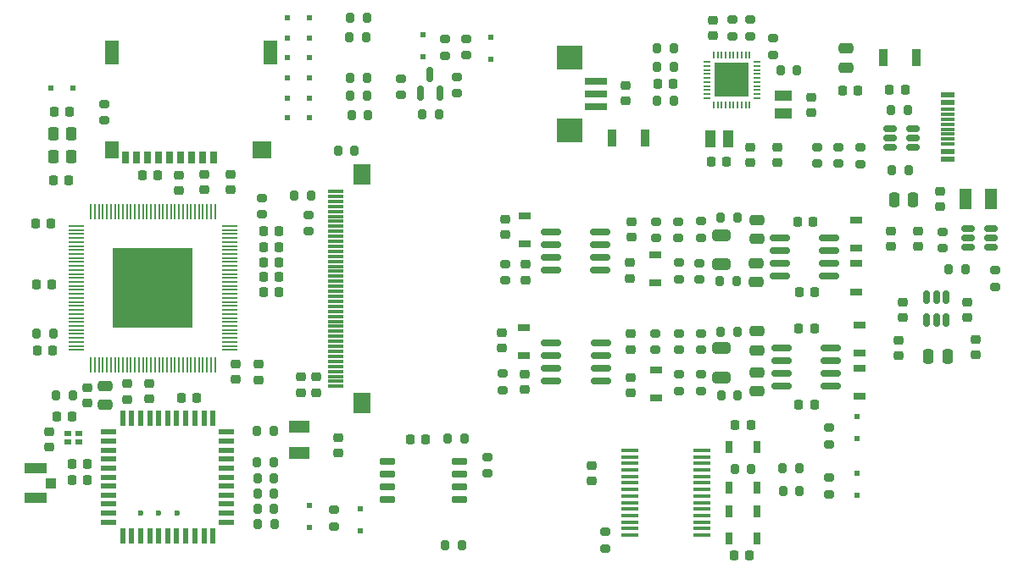
<source format=gbp>
%TF.GenerationSoftware,KiCad,Pcbnew,7.0.2-6a45011f42~172~ubuntu22.04.1*%
%TF.CreationDate,2023-05-03T22:42:28+03:00*%
%TF.ProjectId,mp3_test_board,6d70335f-7465-4737-945f-626f6172642e,rev?*%
%TF.SameCoordinates,Original*%
%TF.FileFunction,Paste,Bot*%
%TF.FilePolarity,Positive*%
%FSLAX46Y46*%
G04 Gerber Fmt 4.6, Leading zero omitted, Abs format (unit mm)*
G04 Created by KiCad (PCBNEW 7.0.2-6a45011f42~172~ubuntu22.04.1) date 2023-05-03 22:42:28*
%MOMM*%
%LPD*%
G01*
G04 APERTURE LIST*
G04 Aperture macros list*
%AMRoundRect*
0 Rectangle with rounded corners*
0 $1 Rounding radius*
0 $2 $3 $4 $5 $6 $7 $8 $9 X,Y pos of 4 corners*
0 Add a 4 corners polygon primitive as box body*
4,1,4,$2,$3,$4,$5,$6,$7,$8,$9,$2,$3,0*
0 Add four circle primitives for the rounded corners*
1,1,$1+$1,$2,$3*
1,1,$1+$1,$4,$5*
1,1,$1+$1,$6,$7*
1,1,$1+$1,$8,$9*
0 Add four rect primitives between the rounded corners*
20,1,$1+$1,$2,$3,$4,$5,0*
20,1,$1+$1,$4,$5,$6,$7,0*
20,1,$1+$1,$6,$7,$8,$9,0*
20,1,$1+$1,$8,$9,$2,$3,0*%
G04 Aperture macros list end*
%ADD10R,1.500000X0.300000*%
%ADD11R,1.700000X2.000000*%
%ADD12RoundRect,0.225000X0.250000X-0.225000X0.250000X0.225000X-0.250000X0.225000X-0.250000X-0.225000X0*%
%ADD13RoundRect,0.200000X-0.200000X-0.275000X0.200000X-0.275000X0.200000X0.275000X-0.200000X0.275000X0*%
%ADD14RoundRect,0.225000X-0.225000X-0.250000X0.225000X-0.250000X0.225000X0.250000X-0.225000X0.250000X0*%
%ADD15RoundRect,0.200000X0.275000X-0.200000X0.275000X0.200000X-0.275000X0.200000X-0.275000X-0.200000X0*%
%ADD16R,1.770000X1.100000*%
%ADD17R,0.500000X0.500000*%
%ADD18RoundRect,0.225000X0.225000X0.250000X-0.225000X0.250000X-0.225000X-0.250000X0.225000X-0.250000X0*%
%ADD19RoundRect,0.200000X0.200000X0.275000X-0.200000X0.275000X-0.200000X-0.275000X0.200000X-0.275000X0*%
%ADD20RoundRect,0.250000X0.650000X-0.325000X0.650000X0.325000X-0.650000X0.325000X-0.650000X-0.325000X0*%
%ADD21RoundRect,0.250000X0.250000X0.475000X-0.250000X0.475000X-0.250000X-0.475000X0.250000X-0.475000X0*%
%ADD22R,1.200000X0.800000*%
%ADD23RoundRect,0.250000X0.475000X-0.250000X0.475000X0.250000X-0.475000X0.250000X-0.475000X-0.250000X0*%
%ADD24RoundRect,0.200000X-0.275000X0.200000X-0.275000X-0.200000X0.275000X-0.200000X0.275000X0.200000X0*%
%ADD25R,0.800000X1.200000*%
%ADD26R,1.050000X1.000000*%
%ADD27R,2.200000X1.050000*%
%ADD28RoundRect,0.225000X-0.250000X0.225000X-0.250000X-0.225000X0.250000X-0.225000X0.250000X0.225000X0*%
%ADD29RoundRect,0.150000X-0.512500X-0.150000X0.512500X-0.150000X0.512500X0.150000X-0.512500X0.150000X0*%
%ADD30RoundRect,0.150000X0.650000X0.150000X-0.650000X0.150000X-0.650000X-0.150000X0.650000X-0.150000X0*%
%ADD31RoundRect,0.150000X-0.825000X-0.150000X0.825000X-0.150000X0.825000X0.150000X-0.825000X0.150000X0*%
%ADD32R,0.730000X0.600000*%
%ADD33R,2.000000X1.250000*%
%ADD34R,0.820000X1.820000*%
%ADD35RoundRect,0.062500X-0.062500X0.675000X-0.062500X-0.675000X0.062500X-0.675000X0.062500X0.675000X0*%
%ADD36RoundRect,0.062500X-0.675000X0.062500X-0.675000X-0.062500X0.675000X-0.062500X0.675000X0.062500X0*%
%ADD37R,8.000000X8.000000*%
%ADD38R,1.450000X0.600000*%
%ADD39R,1.450000X0.300000*%
%ADD40RoundRect,0.150000X0.150000X-0.512500X0.150000X0.512500X-0.150000X0.512500X-0.150000X-0.512500X0*%
%ADD41RoundRect,0.150000X0.150000X-0.587500X0.150000X0.587500X-0.150000X0.587500X-0.150000X-0.587500X0*%
%ADD42R,2.200000X0.800000*%
%ADD43R,2.500000X2.350000*%
%ADD44R,1.500000X0.600000*%
%ADD45R,0.600000X1.500000*%
%ADD46C,0.600000*%
%ADD47RoundRect,0.275000X-0.275000X0.375000X-0.275000X-0.375000X0.275000X-0.375000X0.275000X0.375000X0*%
%ADD48R,0.700000X1.300000*%
%ADD49R,1.447800X2.438400*%
%ADD50R,1.447800X1.651000*%
%ADD51R,1.854200X1.651000*%
%ADD52O,0.200000X0.800000*%
%ADD53O,0.800000X0.200000*%
%ADD54R,3.400000X3.400000*%
%ADD55R,1.750000X0.450000*%
%ADD56RoundRect,0.150000X0.512500X0.150000X-0.512500X0.150000X-0.512500X-0.150000X0.512500X-0.150000X0*%
%ADD57R,1.250000X2.000000*%
%ADD58R,1.100000X1.770000*%
G04 APERTURE END LIST*
D10*
%TO.C,P1*%
X108305936Y-81036943D03*
X108305936Y-80536943D03*
X108305936Y-80036943D03*
X108305936Y-79536943D03*
X108305936Y-79036943D03*
X108305936Y-78536943D03*
X108305936Y-78036943D03*
X108305936Y-77536943D03*
X108305936Y-77036943D03*
X108305936Y-76536943D03*
X108305936Y-76036943D03*
X108305936Y-75536943D03*
X108305936Y-75036943D03*
X108305936Y-74536943D03*
X108305936Y-74036943D03*
X108305936Y-73536943D03*
X108305936Y-73036943D03*
X108305936Y-72536943D03*
X108305936Y-72036943D03*
X108305936Y-71536943D03*
X108305936Y-71036943D03*
X108305936Y-70536943D03*
X108305936Y-70036943D03*
X108305936Y-69536943D03*
X108305936Y-69036943D03*
X108305936Y-68536943D03*
X108305936Y-68036943D03*
X108305936Y-67536943D03*
X108305936Y-67036943D03*
X108305936Y-66536943D03*
X108305936Y-66036943D03*
X108305936Y-65536943D03*
X108305936Y-65036943D03*
X108305936Y-64536943D03*
X108305936Y-64036943D03*
X108305936Y-63536943D03*
X108305936Y-63036943D03*
X108305936Y-62536943D03*
X108305936Y-62036943D03*
X108305936Y-61536943D03*
D11*
X110905936Y-59836943D03*
X110905936Y-82736943D03*
%TD*%
D12*
%TO.C,C18*%
X98321747Y-80348555D03*
X98321747Y-78798555D03*
%TD*%
D13*
%TO.C,R38*%
X146685000Y-70510000D03*
X148335000Y-70510000D03*
%TD*%
D14*
%TO.C,C35*%
X154607700Y-71653938D03*
X156157700Y-71653938D03*
%TD*%
D15*
%TO.C,R13*%
X160722700Y-58788938D03*
X160722700Y-57138938D03*
%TD*%
D16*
%TO.C,L2*%
X152985000Y-53765000D03*
X152985000Y-51995000D03*
%TD*%
D17*
%TO.C,D6*%
X105650000Y-52200000D03*
X103450000Y-52200000D03*
%TD*%
D14*
%TO.C,C14*%
X101095000Y-70120000D03*
X102645000Y-70120000D03*
%TD*%
%TO.C,C12*%
X101095000Y-67120000D03*
X102645000Y-67120000D03*
%TD*%
D18*
%TO.C,C17*%
X79965000Y-70850000D03*
X78415000Y-70850000D03*
%TD*%
D19*
%TO.C,R62*%
X102126747Y-88653555D03*
X100476747Y-88653555D03*
%TD*%
D13*
%TO.C,R37*%
X146775000Y-64190000D03*
X148425000Y-64190000D03*
%TD*%
D20*
%TO.C,C48*%
X146820000Y-80145000D03*
X146820000Y-77195000D03*
%TD*%
D19*
%TO.C,R20*%
X165425000Y-53400000D03*
X163775000Y-53400000D03*
%TD*%
D21*
%TO.C,FB3*%
X166002700Y-62383938D03*
X164102700Y-62383938D03*
%TD*%
D17*
%TO.C,D9*%
X160350000Y-89700000D03*
X160350000Y-91900000D03*
%TD*%
D22*
%TO.C,C54*%
X160300000Y-67175000D03*
X160300000Y-64375000D03*
%TD*%
D15*
%TO.C,R33*%
X144790000Y-66175000D03*
X144790000Y-64525000D03*
%TD*%
D23*
%TO.C,C52*%
X150400000Y-81550000D03*
X150400000Y-79650000D03*
%TD*%
D24*
%TO.C,R12*%
X158532700Y-57108938D03*
X158532700Y-58758938D03*
%TD*%
D25*
%TO.C,C31*%
X147607700Y-91178938D03*
X150407700Y-91178938D03*
%TD*%
D19*
%TO.C,R56*%
X111355000Y-46150000D03*
X109705000Y-46150000D03*
%TD*%
%TO.C,R43*%
X142085000Y-49050000D03*
X140435000Y-49050000D03*
%TD*%
D14*
%TO.C,C13*%
X101095000Y-68620000D03*
X102645000Y-68620000D03*
%TD*%
D12*
%TO.C,C20*%
X137782700Y-81678938D03*
X137782700Y-80128938D03*
%TD*%
D26*
%TO.C,RF1*%
X79841747Y-90733555D03*
D27*
X78321747Y-92203555D03*
X78321747Y-89263555D03*
%TD*%
D18*
%TO.C,C56*%
X83536747Y-88833555D03*
X81986747Y-88833555D03*
%TD*%
D15*
%TO.C,R30*%
X142600000Y-81500000D03*
X142600000Y-79850000D03*
%TD*%
D22*
%TO.C,C29*%
X140200000Y-67875000D03*
X140200000Y-70675000D03*
%TD*%
%TO.C,C53*%
X160300000Y-71575000D03*
X160300000Y-68775000D03*
%TD*%
D19*
%TO.C,R45*%
X142085000Y-47250000D03*
X140435000Y-47250000D03*
%TD*%
D15*
%TO.C,R23*%
X135230400Y-97237876D03*
X135230400Y-95587876D03*
%TD*%
%TO.C,R36*%
X144800000Y-81500000D03*
X144800000Y-79850000D03*
%TD*%
%TO.C,R21*%
X123471747Y-89763555D03*
X123471747Y-88113555D03*
%TD*%
D28*
%TO.C,C2*%
X104821747Y-80098555D03*
X104821747Y-81648555D03*
%TD*%
D23*
%TO.C,C49*%
X150420000Y-66310000D03*
X150420000Y-64410000D03*
%TD*%
D12*
%TO.C,C4*%
X92652700Y-61458938D03*
X92652700Y-59908938D03*
%TD*%
D29*
%TO.C,U2*%
X163662500Y-57150000D03*
X163662500Y-56200000D03*
X163662500Y-55250000D03*
X165937500Y-55250000D03*
X165937500Y-56200000D03*
X165937500Y-57150000D03*
%TD*%
D28*
%TO.C,C19*%
X89681747Y-80728555D03*
X89681747Y-82278555D03*
%TD*%
D20*
%TO.C,C47*%
X146795000Y-68850000D03*
X146795000Y-65900000D03*
%TD*%
D17*
%TO.C,D4*%
X105650000Y-48200000D03*
X103450000Y-48200000D03*
%TD*%
D15*
%TO.C,R3*%
X105590000Y-65525000D03*
X105590000Y-63875000D03*
%TD*%
D30*
%TO.C,U3*%
X120701747Y-88563555D03*
X120701747Y-89833555D03*
X120701747Y-91103555D03*
X120701747Y-92373555D03*
X113501747Y-92373555D03*
X113501747Y-91103555D03*
X113501747Y-89833555D03*
X113501747Y-88563555D03*
%TD*%
D31*
%TO.C,U8*%
X152825000Y-81005000D03*
X152825000Y-79735000D03*
X152825000Y-78465000D03*
X152825000Y-77195000D03*
X157775000Y-77195000D03*
X157775000Y-78465000D03*
X157775000Y-79735000D03*
X157775000Y-81005000D03*
%TD*%
D12*
%TO.C,C61*%
X137300000Y-52475000D03*
X137300000Y-50925000D03*
%TD*%
D18*
%TO.C,C59*%
X83506747Y-90403555D03*
X81956747Y-90403555D03*
%TD*%
D22*
%TO.C,C30*%
X127200000Y-66775000D03*
X127200000Y-63975000D03*
%TD*%
D19*
%TO.C,R58*%
X102166747Y-91763555D03*
X100516747Y-91763555D03*
%TD*%
D17*
%TO.C,D2*%
X105650000Y-44200000D03*
X103450000Y-44200000D03*
%TD*%
D12*
%TO.C,C70*%
X164952700Y-74138938D03*
X164952700Y-72588938D03*
%TD*%
D28*
%TO.C,C68*%
X152405000Y-57095000D03*
X152405000Y-58645000D03*
%TD*%
D19*
%TO.C,R2*%
X118607500Y-53800000D03*
X116957500Y-53800000D03*
%TD*%
D32*
%TO.C,Y2*%
X81581747Y-85793555D03*
X82681747Y-85793555D03*
X82681747Y-86593555D03*
X81581747Y-86593555D03*
%TD*%
D15*
%TO.C,R11*%
X156422700Y-58768938D03*
X156422700Y-57118938D03*
%TD*%
D33*
%TO.C,L1*%
X104711747Y-85108555D03*
X104711747Y-87658555D03*
%TD*%
D15*
%TO.C,R34*%
X144625000Y-70365000D03*
X144625000Y-68715000D03*
%TD*%
D21*
%TO.C,FB2*%
X169432700Y-78073938D03*
X167532700Y-78073938D03*
%TD*%
D28*
%TO.C,C34*%
X124932700Y-75678938D03*
X124932700Y-77228938D03*
%TD*%
D14*
%TO.C,C6*%
X80185000Y-53610000D03*
X81735000Y-53610000D03*
%TD*%
D24*
%TO.C,R7*%
X108161747Y-93383555D03*
X108161747Y-95033555D03*
%TD*%
D15*
%TO.C,R22*%
X85200000Y-54425000D03*
X85200000Y-52775000D03*
%TD*%
D14*
%TO.C,C15*%
X101095000Y-71620000D03*
X102645000Y-71620000D03*
%TD*%
D19*
%TO.C,R17*%
X121146747Y-86278555D03*
X119496747Y-86278555D03*
%TD*%
D14*
%TO.C,C55*%
X154557700Y-75253938D03*
X156107700Y-75253938D03*
%TD*%
D19*
%TO.C,R9*%
X154637700Y-91533938D03*
X152987700Y-91533938D03*
%TD*%
%TO.C,R60*%
X102166747Y-90203555D03*
X100516747Y-90203555D03*
%TD*%
D22*
%TO.C,C58*%
X160600000Y-77700000D03*
X160600000Y-74900000D03*
%TD*%
D18*
%TO.C,C10*%
X79905000Y-64730000D03*
X78355000Y-64730000D03*
%TD*%
D15*
%TO.C,R4*%
X120432500Y-51745000D03*
X120432500Y-50095000D03*
%TD*%
D19*
%TO.C,R15*%
X111425000Y-52000000D03*
X109775000Y-52000000D03*
%TD*%
D23*
%TO.C,C51*%
X150400000Y-77425000D03*
X150400000Y-75525000D03*
%TD*%
D14*
%TO.C,C77*%
X80468382Y-84044456D03*
X82018382Y-84044456D03*
%TD*%
D15*
%TO.C,R32*%
X142600000Y-70300000D03*
X142600000Y-68650000D03*
%TD*%
D13*
%TO.C,R6*%
X119246747Y-96908555D03*
X120896747Y-96908555D03*
%TD*%
D24*
%TO.C,R55*%
X149750000Y-44375000D03*
X149750000Y-46025000D03*
%TD*%
D18*
%TO.C,C25*%
X165175000Y-51400000D03*
X163625000Y-51400000D03*
%TD*%
D19*
%TO.C,R65*%
X102116747Y-85473555D03*
X100466747Y-85473555D03*
%TD*%
D24*
%TO.C,R54*%
X147950000Y-44375000D03*
X147950000Y-46025000D03*
%TD*%
D17*
%TO.C,D1*%
X110780000Y-93290000D03*
X110780000Y-95490000D03*
%TD*%
D12*
%TO.C,C8*%
X95202700Y-61408938D03*
X95202700Y-59858938D03*
%TD*%
D13*
%TO.C,R49*%
X152725000Y-49400000D03*
X154375000Y-49400000D03*
%TD*%
D24*
%TO.C,R52*%
X119240000Y-46315000D03*
X119240000Y-47965000D03*
%TD*%
D19*
%TO.C,R53*%
X105825000Y-62000000D03*
X104175000Y-62000000D03*
%TD*%
%TO.C,R14*%
X111545000Y-53930000D03*
X109895000Y-53930000D03*
%TD*%
D34*
%TO.C,F2*%
X135900000Y-56200000D03*
X139200000Y-56200000D03*
%TD*%
D24*
%TO.C,R31*%
X142545000Y-64550000D03*
X142545000Y-66200000D03*
%TD*%
D25*
%TO.C,C38*%
X147607700Y-96278938D03*
X150407700Y-96278938D03*
%TD*%
D14*
%TO.C,C11*%
X101085000Y-65520000D03*
X102635000Y-65520000D03*
%TD*%
D13*
%TO.C,R10*%
X152955000Y-89190000D03*
X154605000Y-89190000D03*
%TD*%
D23*
%TO.C,FB4*%
X85260000Y-82870000D03*
X85260000Y-80970000D03*
%TD*%
D15*
%TO.C,R1*%
X114792500Y-51922500D03*
X114792500Y-50272500D03*
%TD*%
D28*
%TO.C,C64*%
X155800000Y-52145000D03*
X155800000Y-53695000D03*
%TD*%
%TO.C,C44*%
X137895000Y-64600000D03*
X137895000Y-66150000D03*
%TD*%
D18*
%TO.C,C27*%
X90567700Y-59893938D03*
X89017700Y-59893938D03*
%TD*%
%TO.C,C66*%
X94446747Y-82210000D03*
X92896747Y-82210000D03*
%TD*%
D12*
%TO.C,C60*%
X108550000Y-87735000D03*
X108550000Y-86185000D03*
%TD*%
D28*
%TO.C,C42*%
X127200000Y-79800000D03*
X127200000Y-81350000D03*
%TD*%
D25*
%TO.C,C36*%
X147607700Y-87078938D03*
X150407700Y-87078938D03*
%TD*%
D35*
%TO.C,U1*%
X83860000Y-63537500D03*
X84260000Y-63537500D03*
X84660000Y-63537500D03*
X85060000Y-63537500D03*
X85460000Y-63537500D03*
X85860000Y-63537500D03*
X86260000Y-63537500D03*
X86660000Y-63537500D03*
X87060000Y-63537500D03*
X87460000Y-63537500D03*
X87860000Y-63537500D03*
X88260000Y-63537500D03*
X88660000Y-63537500D03*
X89060000Y-63537500D03*
X89460000Y-63537500D03*
X89860000Y-63537500D03*
X90260000Y-63537500D03*
X90660000Y-63537500D03*
X91060000Y-63537500D03*
X91460000Y-63537500D03*
X91860000Y-63537500D03*
X92260000Y-63537500D03*
X92660000Y-63537500D03*
X93060000Y-63537500D03*
X93460000Y-63537500D03*
X93860000Y-63537500D03*
X94260000Y-63537500D03*
X94660000Y-63537500D03*
X95060000Y-63537500D03*
X95460000Y-63537500D03*
X95860000Y-63537500D03*
X96260000Y-63537500D03*
D36*
X97722500Y-65000000D03*
X97722500Y-65400000D03*
X97722500Y-65800000D03*
X97722500Y-66200000D03*
X97722500Y-66600000D03*
X97722500Y-67000000D03*
X97722500Y-67400000D03*
X97722500Y-67800000D03*
X97722500Y-68200000D03*
X97722500Y-68600000D03*
X97722500Y-69000000D03*
X97722500Y-69400000D03*
X97722500Y-69800000D03*
X97722500Y-70200000D03*
X97722500Y-70600000D03*
X97722500Y-71000000D03*
X97722500Y-71400000D03*
X97722500Y-71800000D03*
X97722500Y-72200000D03*
X97722500Y-72600000D03*
X97722500Y-73000000D03*
X97722500Y-73400000D03*
X97722500Y-73800000D03*
X97722500Y-74200000D03*
X97722500Y-74600000D03*
X97722500Y-75000000D03*
X97722500Y-75400000D03*
X97722500Y-75800000D03*
X97722500Y-76200000D03*
X97722500Y-76600000D03*
X97722500Y-77000000D03*
X97722500Y-77400000D03*
D35*
X96260000Y-78862500D03*
X95860000Y-78862500D03*
X95460000Y-78862500D03*
X95060000Y-78862500D03*
X94660000Y-78862500D03*
X94260000Y-78862500D03*
X93860000Y-78862500D03*
X93460000Y-78862500D03*
X93060000Y-78862500D03*
X92660000Y-78862500D03*
X92260000Y-78862500D03*
X91860000Y-78862500D03*
X91460000Y-78862500D03*
X91060000Y-78862500D03*
X90660000Y-78862500D03*
X90260000Y-78862500D03*
X89860000Y-78862500D03*
X89460000Y-78862500D03*
X89060000Y-78862500D03*
X88660000Y-78862500D03*
X88260000Y-78862500D03*
X87860000Y-78862500D03*
X87460000Y-78862500D03*
X87060000Y-78862500D03*
X86660000Y-78862500D03*
X86260000Y-78862500D03*
X85860000Y-78862500D03*
X85460000Y-78862500D03*
X85060000Y-78862500D03*
X84660000Y-78862500D03*
X84260000Y-78862500D03*
X83860000Y-78862500D03*
D36*
X82397500Y-77400000D03*
X82397500Y-77000000D03*
X82397500Y-76600000D03*
X82397500Y-76200000D03*
X82397500Y-75800000D03*
X82397500Y-75400000D03*
X82397500Y-75000000D03*
X82397500Y-74600000D03*
X82397500Y-74200000D03*
X82397500Y-73800000D03*
X82397500Y-73400000D03*
X82397500Y-73000000D03*
X82397500Y-72600000D03*
X82397500Y-72200000D03*
X82397500Y-71800000D03*
X82397500Y-71400000D03*
X82397500Y-71000000D03*
X82397500Y-70600000D03*
X82397500Y-70200000D03*
X82397500Y-69800000D03*
X82397500Y-69400000D03*
X82397500Y-69000000D03*
X82397500Y-68600000D03*
X82397500Y-68200000D03*
X82397500Y-67800000D03*
X82397500Y-67400000D03*
X82397500Y-67000000D03*
X82397500Y-66600000D03*
X82397500Y-66200000D03*
X82397500Y-65800000D03*
X82397500Y-65400000D03*
X82397500Y-65000000D03*
D37*
X90060000Y-71200000D03*
%TD*%
D38*
%TO.C,P2*%
X169410000Y-51845000D03*
X169410000Y-52620000D03*
D39*
X169410000Y-53820000D03*
X169410000Y-54820000D03*
X169410000Y-55320000D03*
X169410000Y-56320000D03*
X169410000Y-56820000D03*
X169410000Y-55820000D03*
X169410000Y-54320000D03*
X169410000Y-53320000D03*
D38*
X169410000Y-57520000D03*
X169410000Y-58295000D03*
%TD*%
D12*
%TO.C,C9*%
X97832700Y-61368938D03*
X97832700Y-59818938D03*
%TD*%
D13*
%TO.C,R63*%
X100546747Y-94833555D03*
X102196747Y-94833555D03*
%TD*%
D31*
%TO.C,U7*%
X152680000Y-70045000D03*
X152680000Y-68775000D03*
X152680000Y-67505000D03*
X152680000Y-66235000D03*
X157630000Y-66235000D03*
X157630000Y-67505000D03*
X157630000Y-68775000D03*
X157630000Y-70045000D03*
%TD*%
D18*
%TO.C,C3*%
X80035000Y-77420000D03*
X78485000Y-77420000D03*
%TD*%
D13*
%TO.C,R48*%
X169537700Y-69313938D03*
X171187700Y-69313938D03*
%TD*%
D15*
%TO.C,R50*%
X151960000Y-47865000D03*
X151960000Y-46215000D03*
%TD*%
D18*
%TO.C,C26*%
X117296747Y-86308555D03*
X115746747Y-86308555D03*
%TD*%
D17*
%TO.C,D10*%
X160350000Y-86300000D03*
X160350000Y-84100000D03*
%TD*%
D28*
%TO.C,C67*%
X149735000Y-57125000D03*
X149735000Y-58675000D03*
%TD*%
D25*
%TO.C,C37*%
X147610000Y-93550000D03*
X150410000Y-93550000D03*
%TD*%
D18*
%TO.C,C62*%
X142035000Y-50750000D03*
X140485000Y-50750000D03*
%TD*%
D24*
%TO.C,R26*%
X125000000Y-79750000D03*
X125000000Y-81400000D03*
%TD*%
%TO.C,R41*%
X157550000Y-85175000D03*
X157550000Y-86825000D03*
%TD*%
D13*
%TO.C,R5*%
X78465000Y-75770000D03*
X80115000Y-75770000D03*
%TD*%
D14*
%TO.C,C65*%
X145825000Y-58600000D03*
X147375000Y-58600000D03*
%TD*%
D17*
%TO.C,D13*%
X123800000Y-48300000D03*
X123800000Y-46100000D03*
%TD*%
D40*
%TO.C,U11*%
X169250000Y-74437500D03*
X168300000Y-74437500D03*
X167350000Y-74437500D03*
X167350000Y-72162500D03*
X168300000Y-72162500D03*
X169250000Y-72162500D03*
%TD*%
D13*
%TO.C,R44*%
X140435000Y-52450000D03*
X142085000Y-52450000D03*
%TD*%
D14*
%TO.C,C45*%
X154465000Y-64560000D03*
X156015000Y-64560000D03*
%TD*%
D19*
%TO.C,R59*%
X102166747Y-93323555D03*
X100516747Y-93323555D03*
%TD*%
D17*
%TO.C,D8*%
X79900000Y-51200000D03*
X82100000Y-51200000D03*
%TD*%
%TO.C,D7*%
X105650000Y-54200000D03*
X103450000Y-54200000D03*
%TD*%
D24*
%TO.C,R27*%
X140200000Y-75750000D03*
X140200000Y-77400000D03*
%TD*%
D41*
%TO.C,Q1*%
X118692500Y-51757500D03*
X116792500Y-51757500D03*
X117742500Y-49882500D03*
%TD*%
D42*
%TO.C,D11*%
X134300000Y-53050000D03*
X134300000Y-51800000D03*
X134300000Y-50550000D03*
D43*
X131700000Y-55430000D03*
X131700000Y-48170000D03*
%TD*%
D17*
%TO.C,D14*%
X117000000Y-48100000D03*
X117000000Y-45900000D03*
%TD*%
D28*
%TO.C,C23*%
X87491747Y-80778555D03*
X87491747Y-82328555D03*
%TD*%
D13*
%TO.C,R39*%
X146775000Y-75610000D03*
X148425000Y-75610000D03*
%TD*%
D15*
%TO.C,R47*%
X168900000Y-67225000D03*
X168900000Y-65575000D03*
%TD*%
D14*
%TO.C,C5*%
X80117700Y-60413938D03*
X81667700Y-60413938D03*
%TD*%
D19*
%TO.C,R18*%
X110215000Y-57500000D03*
X108565000Y-57500000D03*
%TD*%
D24*
%TO.C,R29*%
X142600000Y-75750000D03*
X142600000Y-77400000D03*
%TD*%
D44*
%TO.C,U12*%
X85651747Y-94623555D03*
X85651747Y-93733555D03*
X85651747Y-92813555D03*
X85651747Y-91923555D03*
X85651747Y-91013555D03*
X85651747Y-90123555D03*
X85651747Y-89233555D03*
X85651747Y-88323555D03*
X85651747Y-87433555D03*
X85651747Y-86513555D03*
X85651747Y-85623555D03*
D45*
X87041747Y-84233555D03*
X87931747Y-84233555D03*
X88851747Y-84233555D03*
X89741747Y-84233555D03*
X90651747Y-84233555D03*
X91541747Y-84233555D03*
X92431747Y-84233555D03*
X93341747Y-84233555D03*
X94231747Y-84233555D03*
X95151747Y-84233555D03*
X96041747Y-84233555D03*
D44*
X97431747Y-85623555D03*
X97431747Y-86513555D03*
X97431747Y-87433555D03*
X97431747Y-88323555D03*
X97431747Y-89233555D03*
X97431747Y-90123555D03*
X97431747Y-91013555D03*
X97431747Y-91923555D03*
X97431747Y-92813555D03*
X97431747Y-93733555D03*
X97431747Y-94623555D03*
D45*
X96041747Y-96013555D03*
X95151747Y-96013555D03*
X94231747Y-96013555D03*
X93341747Y-96013555D03*
X92431747Y-96013555D03*
X91541747Y-96013555D03*
X90651747Y-96013555D03*
X89741747Y-96013555D03*
X88851747Y-96013555D03*
X87931747Y-96013555D03*
X87041747Y-96013555D03*
D46*
X88841747Y-93733555D03*
X90641747Y-93733555D03*
X92441747Y-93733555D03*
%TD*%
D34*
%TO.C,F1*%
X163040000Y-48170000D03*
X166340000Y-48170000D03*
%TD*%
D19*
%TO.C,R19*%
X165525000Y-59400000D03*
X163875000Y-59400000D03*
%TD*%
D24*
%TO.C,R28*%
X140345000Y-64550000D03*
X140345000Y-66200000D03*
%TD*%
D28*
%TO.C,C16*%
X125232700Y-64328938D03*
X125232700Y-65878938D03*
%TD*%
D15*
%TO.C,R51*%
X121390000Y-47935000D03*
X121390000Y-46285000D03*
%TD*%
D31*
%TO.C,U5*%
X129820000Y-69395000D03*
X129820000Y-68125000D03*
X129820000Y-66855000D03*
X129820000Y-65585000D03*
X134770000Y-65585000D03*
X134770000Y-66855000D03*
X134770000Y-68125000D03*
X134770000Y-69395000D03*
%TD*%
D14*
%TO.C,C46*%
X154557700Y-82903938D03*
X156107700Y-82903938D03*
%TD*%
D13*
%TO.C,R24*%
X148182700Y-89278938D03*
X149832700Y-89278938D03*
%TD*%
D23*
%TO.C,FB1*%
X159282700Y-49153938D03*
X159282700Y-47253938D03*
%TD*%
D47*
%TO.C,Y1*%
X81898977Y-55788457D03*
X81898977Y-58088457D03*
X80098977Y-58088457D03*
X80098977Y-55788457D03*
%TD*%
D17*
%TO.C,D12*%
X105680000Y-95170000D03*
X105680000Y-92970000D03*
%TD*%
D48*
%TO.C,J1*%
X96152500Y-58152738D03*
X95052500Y-58152738D03*
X93952500Y-58152738D03*
X92852500Y-58152738D03*
X91752500Y-58152738D03*
X90652500Y-58152738D03*
X89552500Y-58152738D03*
X88452500Y-58152738D03*
X87352500Y-58152738D03*
D49*
X85934100Y-47678938D03*
D50*
X85934100Y-57378938D03*
D51*
X100983900Y-57378938D03*
D49*
X101758900Y-47678938D03*
%TD*%
D24*
%TO.C,R8*%
X100910000Y-62175000D03*
X100910000Y-63825000D03*
%TD*%
D14*
%TO.C,C33*%
X148115400Y-97962876D03*
X149665400Y-97962876D03*
%TD*%
D22*
%TO.C,C39*%
X140300000Y-79375000D03*
X140300000Y-82175000D03*
%TD*%
D13*
%TO.C,R40*%
X146825000Y-81950000D03*
X148475000Y-81950000D03*
%TD*%
D19*
%TO.C,R16*%
X111425000Y-50200000D03*
X109775000Y-50200000D03*
%TD*%
D12*
%TO.C,C74*%
X164500000Y-77975000D03*
X164500000Y-76425000D03*
%TD*%
D31*
%TO.C,U6*%
X129825000Y-80480000D03*
X129825000Y-79210000D03*
X129825000Y-77940000D03*
X129825000Y-76670000D03*
X134775000Y-76670000D03*
X134775000Y-77940000D03*
X134775000Y-79210000D03*
X134775000Y-80480000D03*
%TD*%
D12*
%TO.C,C72*%
X172252700Y-77898938D03*
X172252700Y-76348938D03*
%TD*%
D28*
%TO.C,C76*%
X79720000Y-85565000D03*
X79720000Y-87115000D03*
%TD*%
%TO.C,C75*%
X163810000Y-65525000D03*
X163810000Y-67075000D03*
%TD*%
D12*
%TO.C,C22*%
X83500685Y-82695000D03*
X83500685Y-81145000D03*
%TD*%
D28*
%TO.C,C28*%
X133870400Y-88947876D03*
X133870400Y-90497876D03*
%TD*%
D24*
%TO.C,R25*%
X125285000Y-68785000D03*
X125285000Y-70435000D03*
%TD*%
D14*
%TO.C,C24*%
X158927700Y-51473938D03*
X160477700Y-51473938D03*
%TD*%
D28*
%TO.C,C69*%
X168700000Y-61525000D03*
X168700000Y-63075000D03*
%TD*%
D12*
%TO.C,C7*%
X137732700Y-70228938D03*
X137732700Y-68678938D03*
%TD*%
D52*
%TO.C,U9*%
X146060000Y-47900000D03*
X146460000Y-47900000D03*
X146860000Y-47900000D03*
X147260000Y-47900000D03*
X147660000Y-47900000D03*
X148060000Y-47900000D03*
X148460000Y-47900000D03*
X148860000Y-47900000D03*
X149260000Y-47900000D03*
X149660000Y-47900000D03*
D53*
X150360000Y-48600000D03*
X150360000Y-49000000D03*
X150360000Y-49400000D03*
X150360000Y-49800000D03*
X150360000Y-50200000D03*
X150360000Y-50600000D03*
X150360000Y-51000000D03*
X150360000Y-51400000D03*
X150360000Y-51800000D03*
X150360000Y-52200000D03*
D52*
X149660000Y-52900000D03*
X149260000Y-52900000D03*
X148860000Y-52900000D03*
X148460000Y-52900000D03*
X148060000Y-52900000D03*
X147660000Y-52900000D03*
X147260000Y-52900000D03*
X146860000Y-52900000D03*
X146460000Y-52900000D03*
X146060000Y-52900000D03*
D53*
X145360000Y-52200000D03*
X145360000Y-51800000D03*
X145360000Y-51400000D03*
X145360000Y-51000000D03*
X145360000Y-50600000D03*
X145360000Y-50200000D03*
X145360000Y-49800000D03*
X145360000Y-49400000D03*
X145360000Y-49000000D03*
X145360000Y-48600000D03*
D54*
X147860000Y-50400000D03*
%TD*%
D55*
%TO.C,U4*%
X137657700Y-95903938D03*
X137657700Y-95253938D03*
X137657700Y-94603938D03*
X137657700Y-93953938D03*
X137657700Y-93303938D03*
X137657700Y-92653938D03*
X137657700Y-92003938D03*
X137657700Y-91353938D03*
X137657700Y-90703938D03*
X137657700Y-90053938D03*
X137657700Y-89403938D03*
X137657700Y-88753938D03*
X137657700Y-88103938D03*
X137657700Y-87453938D03*
X144857700Y-87453938D03*
X144857700Y-88103938D03*
X144857700Y-88753938D03*
X144857700Y-89403938D03*
X144857700Y-90053938D03*
X144857700Y-90703938D03*
X144857700Y-91353938D03*
X144857700Y-92003938D03*
X144857700Y-92653938D03*
X144857700Y-93303938D03*
X144857700Y-93953938D03*
X144857700Y-94603938D03*
X144857700Y-95253938D03*
X144857700Y-95903938D03*
%TD*%
D56*
%TO.C,U10*%
X173747500Y-65242500D03*
X173747500Y-66192500D03*
X173747500Y-67142500D03*
X171472500Y-67142500D03*
X171472500Y-66192500D03*
X171472500Y-65242500D03*
%TD*%
D17*
%TO.C,D5*%
X105650000Y-50200000D03*
X103450000Y-50200000D03*
%TD*%
D28*
%TO.C,C43*%
X137800000Y-75800000D03*
X137800000Y-77350000D03*
%TD*%
%TO.C,C73*%
X166500000Y-65525000D03*
X166500000Y-67075000D03*
%TD*%
D24*
%TO.C,R42*%
X157550000Y-90175000D03*
X157550000Y-91825000D03*
%TD*%
D15*
%TO.C,R35*%
X144800000Y-77400000D03*
X144800000Y-75750000D03*
%TD*%
D57*
%TO.C,L4*%
X171235000Y-62292500D03*
X173785000Y-62292500D03*
%TD*%
D58*
%TO.C,L3*%
X147530000Y-56290000D03*
X145760000Y-56290000D03*
%TD*%
D28*
%TO.C,C1*%
X106401747Y-80098555D03*
X106401747Y-81648555D03*
%TD*%
D22*
%TO.C,C40*%
X127100000Y-77975000D03*
X127100000Y-75175000D03*
%TD*%
D19*
%TO.C,R64*%
X82039494Y-81964524D03*
X80389494Y-81964524D03*
%TD*%
D24*
%TO.C,R46*%
X174202700Y-69418938D03*
X174202700Y-71068938D03*
%TD*%
D28*
%TO.C,C71*%
X171400000Y-72625000D03*
X171400000Y-74175000D03*
%TD*%
D19*
%TO.C,R57*%
X111425000Y-44200000D03*
X109775000Y-44200000D03*
%TD*%
D17*
%TO.C,D3*%
X105650000Y-46200000D03*
X103450000Y-46200000D03*
%TD*%
D28*
%TO.C,C41*%
X127245000Y-68835000D03*
X127245000Y-70385000D03*
%TD*%
D23*
%TO.C,C50*%
X150335000Y-70630000D03*
X150335000Y-68730000D03*
%TD*%
D12*
%TO.C,C21*%
X100611747Y-80378555D03*
X100611747Y-78828555D03*
%TD*%
D28*
%TO.C,C63*%
X145950000Y-44425000D03*
X145950000Y-45975000D03*
%TD*%
D22*
%TO.C,C57*%
X160600000Y-82000000D03*
X160600000Y-79200000D03*
%TD*%
D14*
%TO.C,C32*%
X148232700Y-84878938D03*
X149782700Y-84878938D03*
%TD*%
M02*

</source>
